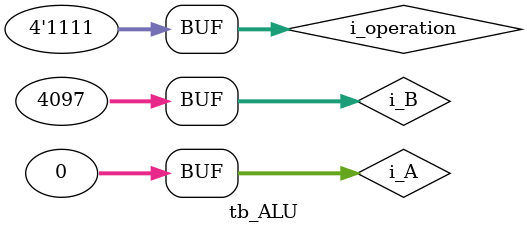
<source format=v>
`timescale 1ns / 1ps

module tb_ALU();

    reg  [31 : 0] i_A;
    reg  [31 : 0] i_B;
    reg  [3  : 0] i_operation;
   
    wire [31 : 0] o_res;

    initial begin
        i_A         = 0;
        i_B         = 0;
        i_operation = 0;
    
        #100
       
        //ADD
        #10
        i_A         = 'h00000001;
        i_B         = 'h00000005;
        i_operation = 4'b0000;
        
        //SUB Zero
        #10
        i_A         = 'h00000001;
        i_B         = 'h00000001;
        i_operation = 4'b0001;
        
        //SUB 
        #10
        i_A         = 'h00000005;
        i_B         = 'h00000008;
        i_operation = 4'b0001;
        
        //AND 
        #10
        i_A         = 'h000000f0;
        i_B         = 'h0000000f;
        i_operation = 4'b0010;
        
        //OR 
        #10
        i_A         = 'h000000f1;
        i_B         = 'h00000000;
        i_operation = 4'b0011;
        
        //XOR 
        #10
        i_A         = 'h00010010;
        i_B         = 'h01000010;
        i_operation = 4'b0100;
        
        //NOR 
        #10
        i_A         = 'h00000121;
        i_B         = 'h00000021;
        i_operation = 4'b0101;
        
        //SLT yes 
        #10
        i_A         = 'h00000001;
        i_B         = 'h00000010;
        i_operation = 4'b0110;
        
        //SLT no 
        #10
        i_A         = 'h00000101;
        i_B         = 'h00000010;
        i_operation = 4'b0110;
        
        //SLL 
        #10
        i_A         = 'h00000100;//Es lo que esta en shmat desplazo 4
        i_B         = 'h0000001f;
        i_operation = 4'b0111;
        
        //SRL 
        #10
        i_A         = 'h00000100;
        i_B         = 'h0000001f;
        i_operation = 4'b1000;
        
        //SRA 
        #10
        i_A         = 'h00000100;
        i_B         = 'h8000000f;
        i_operation = 4'b1001;
        
        //SLLV 
        #10
        i_A         = 'h00000005;
        i_B         = 'h00000001;
        i_operation = 4'b1010;
        
        //SRLV 
        #10
        i_A         = 'h00000003;
        i_B         = 'h00000001;
        i_operation = 4'b1011;
        
        //SRAV
        #10
        i_A         = 'h00000005;
        i_B         = 'h80000001;
        i_operation = 4'b1100;
        
        //LUI 
        #10
        i_A         = 'h00000000;
        i_B         = 'h00001001;
        i_operation = 4'b1101;

        //DEFAULT 
        #10
        i_A         = 'h00000000;
        i_B         = 'h00001001;
        i_operation = 4'b1111;
    end

    ALU u_ALU(
             .i_A(i_A),
             .i_B(i_B),
             .i_operation(i_operation),
             .o_res(o_res)
             );
endmodule

</source>
